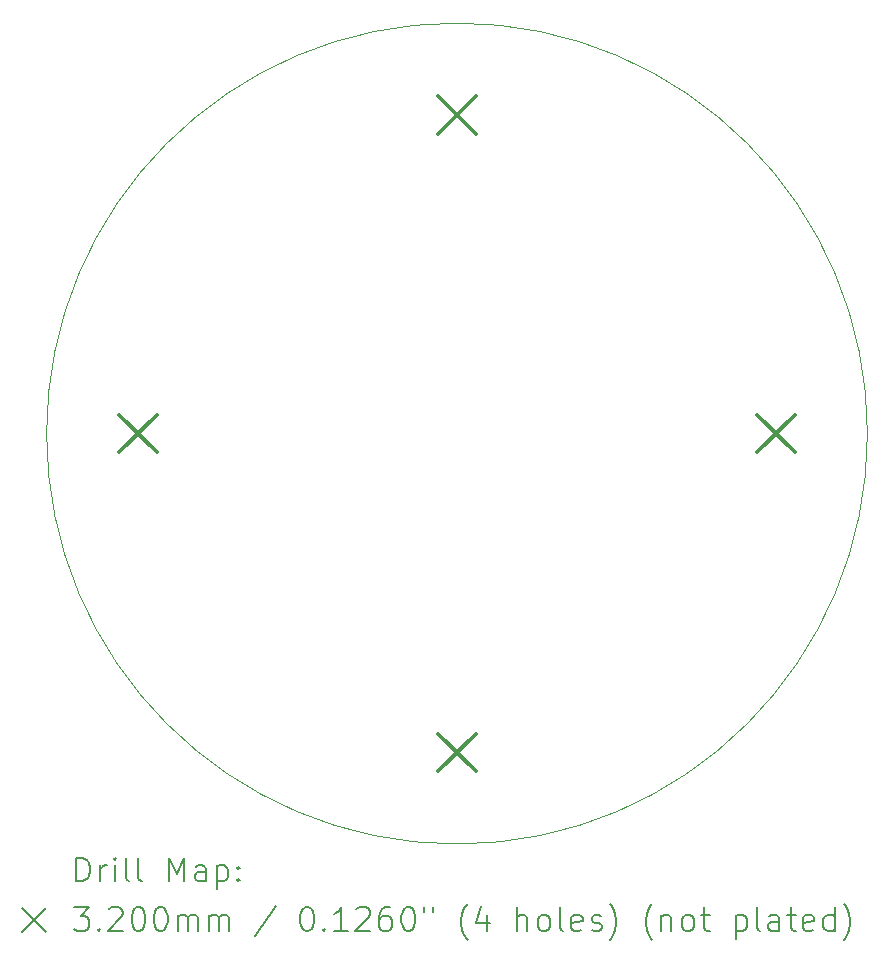
<source format=gbr>
%FSLAX45Y45*%
G04 Gerber Fmt 4.5, Leading zero omitted, Abs format (unit mm)*
G04 Created by KiCad (PCBNEW 6.0.5-2.fc35) date 2022-05-23 13:40:10*
%MOMM*%
%LPD*%
G01*
G04 APERTURE LIST*
%TA.AperFunction,Profile*%
%ADD10C,0.100000*%
%TD*%
%ADD11C,0.200000*%
%ADD12C,0.320000*%
G04 APERTURE END LIST*
D10*
X17215000Y-10165000D02*
G75*
G03*
X17215000Y-10165000I-3475000J0D01*
G01*
D11*
D12*
X10880000Y-10005000D02*
X11200000Y-10325000D01*
X11200000Y-10005000D02*
X10880000Y-10325000D01*
X13580000Y-7305000D02*
X13900000Y-7625000D01*
X13900000Y-7305000D02*
X13580000Y-7625000D01*
X13580000Y-12705000D02*
X13900000Y-13025000D01*
X13900000Y-12705000D02*
X13580000Y-13025000D01*
X16280000Y-10005000D02*
X16600000Y-10325000D01*
X16600000Y-10005000D02*
X16280000Y-10325000D01*
D11*
X10517619Y-13955476D02*
X10517619Y-13755476D01*
X10565238Y-13755476D01*
X10593810Y-13765000D01*
X10612857Y-13784048D01*
X10622381Y-13803095D01*
X10631905Y-13841190D01*
X10631905Y-13869762D01*
X10622381Y-13907857D01*
X10612857Y-13926905D01*
X10593810Y-13945952D01*
X10565238Y-13955476D01*
X10517619Y-13955476D01*
X10717619Y-13955476D02*
X10717619Y-13822143D01*
X10717619Y-13860238D02*
X10727143Y-13841190D01*
X10736667Y-13831667D01*
X10755714Y-13822143D01*
X10774762Y-13822143D01*
X10841429Y-13955476D02*
X10841429Y-13822143D01*
X10841429Y-13755476D02*
X10831905Y-13765000D01*
X10841429Y-13774524D01*
X10850952Y-13765000D01*
X10841429Y-13755476D01*
X10841429Y-13774524D01*
X10965238Y-13955476D02*
X10946190Y-13945952D01*
X10936667Y-13926905D01*
X10936667Y-13755476D01*
X11070000Y-13955476D02*
X11050952Y-13945952D01*
X11041429Y-13926905D01*
X11041429Y-13755476D01*
X11298571Y-13955476D02*
X11298571Y-13755476D01*
X11365238Y-13898333D01*
X11431905Y-13755476D01*
X11431905Y-13955476D01*
X11612857Y-13955476D02*
X11612857Y-13850714D01*
X11603333Y-13831667D01*
X11584286Y-13822143D01*
X11546190Y-13822143D01*
X11527143Y-13831667D01*
X11612857Y-13945952D02*
X11593809Y-13955476D01*
X11546190Y-13955476D01*
X11527143Y-13945952D01*
X11517619Y-13926905D01*
X11517619Y-13907857D01*
X11527143Y-13888809D01*
X11546190Y-13879286D01*
X11593809Y-13879286D01*
X11612857Y-13869762D01*
X11708095Y-13822143D02*
X11708095Y-14022143D01*
X11708095Y-13831667D02*
X11727143Y-13822143D01*
X11765238Y-13822143D01*
X11784286Y-13831667D01*
X11793809Y-13841190D01*
X11803333Y-13860238D01*
X11803333Y-13917381D01*
X11793809Y-13936428D01*
X11784286Y-13945952D01*
X11765238Y-13955476D01*
X11727143Y-13955476D01*
X11708095Y-13945952D01*
X11889048Y-13936428D02*
X11898571Y-13945952D01*
X11889048Y-13955476D01*
X11879524Y-13945952D01*
X11889048Y-13936428D01*
X11889048Y-13955476D01*
X11889048Y-13831667D02*
X11898571Y-13841190D01*
X11889048Y-13850714D01*
X11879524Y-13841190D01*
X11889048Y-13831667D01*
X11889048Y-13850714D01*
X10060000Y-14185000D02*
X10260000Y-14385000D01*
X10260000Y-14185000D02*
X10060000Y-14385000D01*
X10498571Y-14175476D02*
X10622381Y-14175476D01*
X10555714Y-14251667D01*
X10584286Y-14251667D01*
X10603333Y-14261190D01*
X10612857Y-14270714D01*
X10622381Y-14289762D01*
X10622381Y-14337381D01*
X10612857Y-14356428D01*
X10603333Y-14365952D01*
X10584286Y-14375476D01*
X10527143Y-14375476D01*
X10508095Y-14365952D01*
X10498571Y-14356428D01*
X10708095Y-14356428D02*
X10717619Y-14365952D01*
X10708095Y-14375476D01*
X10698571Y-14365952D01*
X10708095Y-14356428D01*
X10708095Y-14375476D01*
X10793810Y-14194524D02*
X10803333Y-14185000D01*
X10822381Y-14175476D01*
X10870000Y-14175476D01*
X10889048Y-14185000D01*
X10898571Y-14194524D01*
X10908095Y-14213571D01*
X10908095Y-14232619D01*
X10898571Y-14261190D01*
X10784286Y-14375476D01*
X10908095Y-14375476D01*
X11031905Y-14175476D02*
X11050952Y-14175476D01*
X11070000Y-14185000D01*
X11079524Y-14194524D01*
X11089048Y-14213571D01*
X11098571Y-14251667D01*
X11098571Y-14299286D01*
X11089048Y-14337381D01*
X11079524Y-14356428D01*
X11070000Y-14365952D01*
X11050952Y-14375476D01*
X11031905Y-14375476D01*
X11012857Y-14365952D01*
X11003333Y-14356428D01*
X10993810Y-14337381D01*
X10984286Y-14299286D01*
X10984286Y-14251667D01*
X10993810Y-14213571D01*
X11003333Y-14194524D01*
X11012857Y-14185000D01*
X11031905Y-14175476D01*
X11222381Y-14175476D02*
X11241428Y-14175476D01*
X11260476Y-14185000D01*
X11270000Y-14194524D01*
X11279524Y-14213571D01*
X11289048Y-14251667D01*
X11289048Y-14299286D01*
X11279524Y-14337381D01*
X11270000Y-14356428D01*
X11260476Y-14365952D01*
X11241428Y-14375476D01*
X11222381Y-14375476D01*
X11203333Y-14365952D01*
X11193809Y-14356428D01*
X11184286Y-14337381D01*
X11174762Y-14299286D01*
X11174762Y-14251667D01*
X11184286Y-14213571D01*
X11193809Y-14194524D01*
X11203333Y-14185000D01*
X11222381Y-14175476D01*
X11374762Y-14375476D02*
X11374762Y-14242143D01*
X11374762Y-14261190D02*
X11384286Y-14251667D01*
X11403333Y-14242143D01*
X11431905Y-14242143D01*
X11450952Y-14251667D01*
X11460476Y-14270714D01*
X11460476Y-14375476D01*
X11460476Y-14270714D02*
X11470000Y-14251667D01*
X11489048Y-14242143D01*
X11517619Y-14242143D01*
X11536667Y-14251667D01*
X11546190Y-14270714D01*
X11546190Y-14375476D01*
X11641428Y-14375476D02*
X11641428Y-14242143D01*
X11641428Y-14261190D02*
X11650952Y-14251667D01*
X11670000Y-14242143D01*
X11698571Y-14242143D01*
X11717619Y-14251667D01*
X11727143Y-14270714D01*
X11727143Y-14375476D01*
X11727143Y-14270714D02*
X11736667Y-14251667D01*
X11755714Y-14242143D01*
X11784286Y-14242143D01*
X11803333Y-14251667D01*
X11812857Y-14270714D01*
X11812857Y-14375476D01*
X12203333Y-14165952D02*
X12031905Y-14423095D01*
X12460476Y-14175476D02*
X12479524Y-14175476D01*
X12498571Y-14185000D01*
X12508095Y-14194524D01*
X12517619Y-14213571D01*
X12527143Y-14251667D01*
X12527143Y-14299286D01*
X12517619Y-14337381D01*
X12508095Y-14356428D01*
X12498571Y-14365952D01*
X12479524Y-14375476D01*
X12460476Y-14375476D01*
X12441428Y-14365952D01*
X12431905Y-14356428D01*
X12422381Y-14337381D01*
X12412857Y-14299286D01*
X12412857Y-14251667D01*
X12422381Y-14213571D01*
X12431905Y-14194524D01*
X12441428Y-14185000D01*
X12460476Y-14175476D01*
X12612857Y-14356428D02*
X12622381Y-14365952D01*
X12612857Y-14375476D01*
X12603333Y-14365952D01*
X12612857Y-14356428D01*
X12612857Y-14375476D01*
X12812857Y-14375476D02*
X12698571Y-14375476D01*
X12755714Y-14375476D02*
X12755714Y-14175476D01*
X12736667Y-14204048D01*
X12717619Y-14223095D01*
X12698571Y-14232619D01*
X12889048Y-14194524D02*
X12898571Y-14185000D01*
X12917619Y-14175476D01*
X12965238Y-14175476D01*
X12984286Y-14185000D01*
X12993809Y-14194524D01*
X13003333Y-14213571D01*
X13003333Y-14232619D01*
X12993809Y-14261190D01*
X12879524Y-14375476D01*
X13003333Y-14375476D01*
X13174762Y-14175476D02*
X13136667Y-14175476D01*
X13117619Y-14185000D01*
X13108095Y-14194524D01*
X13089048Y-14223095D01*
X13079524Y-14261190D01*
X13079524Y-14337381D01*
X13089048Y-14356428D01*
X13098571Y-14365952D01*
X13117619Y-14375476D01*
X13155714Y-14375476D01*
X13174762Y-14365952D01*
X13184286Y-14356428D01*
X13193809Y-14337381D01*
X13193809Y-14289762D01*
X13184286Y-14270714D01*
X13174762Y-14261190D01*
X13155714Y-14251667D01*
X13117619Y-14251667D01*
X13098571Y-14261190D01*
X13089048Y-14270714D01*
X13079524Y-14289762D01*
X13317619Y-14175476D02*
X13336667Y-14175476D01*
X13355714Y-14185000D01*
X13365238Y-14194524D01*
X13374762Y-14213571D01*
X13384286Y-14251667D01*
X13384286Y-14299286D01*
X13374762Y-14337381D01*
X13365238Y-14356428D01*
X13355714Y-14365952D01*
X13336667Y-14375476D01*
X13317619Y-14375476D01*
X13298571Y-14365952D01*
X13289048Y-14356428D01*
X13279524Y-14337381D01*
X13270000Y-14299286D01*
X13270000Y-14251667D01*
X13279524Y-14213571D01*
X13289048Y-14194524D01*
X13298571Y-14185000D01*
X13317619Y-14175476D01*
X13460476Y-14175476D02*
X13460476Y-14213571D01*
X13536667Y-14175476D02*
X13536667Y-14213571D01*
X13831905Y-14451667D02*
X13822381Y-14442143D01*
X13803333Y-14413571D01*
X13793809Y-14394524D01*
X13784286Y-14365952D01*
X13774762Y-14318333D01*
X13774762Y-14280238D01*
X13784286Y-14232619D01*
X13793809Y-14204048D01*
X13803333Y-14185000D01*
X13822381Y-14156428D01*
X13831905Y-14146905D01*
X13993809Y-14242143D02*
X13993809Y-14375476D01*
X13946190Y-14165952D02*
X13898571Y-14308809D01*
X14022381Y-14308809D01*
X14250952Y-14375476D02*
X14250952Y-14175476D01*
X14336667Y-14375476D02*
X14336667Y-14270714D01*
X14327143Y-14251667D01*
X14308095Y-14242143D01*
X14279524Y-14242143D01*
X14260476Y-14251667D01*
X14250952Y-14261190D01*
X14460476Y-14375476D02*
X14441428Y-14365952D01*
X14431905Y-14356428D01*
X14422381Y-14337381D01*
X14422381Y-14280238D01*
X14431905Y-14261190D01*
X14441428Y-14251667D01*
X14460476Y-14242143D01*
X14489048Y-14242143D01*
X14508095Y-14251667D01*
X14517619Y-14261190D01*
X14527143Y-14280238D01*
X14527143Y-14337381D01*
X14517619Y-14356428D01*
X14508095Y-14365952D01*
X14489048Y-14375476D01*
X14460476Y-14375476D01*
X14641428Y-14375476D02*
X14622381Y-14365952D01*
X14612857Y-14346905D01*
X14612857Y-14175476D01*
X14793809Y-14365952D02*
X14774762Y-14375476D01*
X14736667Y-14375476D01*
X14717619Y-14365952D01*
X14708095Y-14346905D01*
X14708095Y-14270714D01*
X14717619Y-14251667D01*
X14736667Y-14242143D01*
X14774762Y-14242143D01*
X14793809Y-14251667D01*
X14803333Y-14270714D01*
X14803333Y-14289762D01*
X14708095Y-14308809D01*
X14879524Y-14365952D02*
X14898571Y-14375476D01*
X14936667Y-14375476D01*
X14955714Y-14365952D01*
X14965238Y-14346905D01*
X14965238Y-14337381D01*
X14955714Y-14318333D01*
X14936667Y-14308809D01*
X14908095Y-14308809D01*
X14889048Y-14299286D01*
X14879524Y-14280238D01*
X14879524Y-14270714D01*
X14889048Y-14251667D01*
X14908095Y-14242143D01*
X14936667Y-14242143D01*
X14955714Y-14251667D01*
X15031905Y-14451667D02*
X15041428Y-14442143D01*
X15060476Y-14413571D01*
X15070000Y-14394524D01*
X15079524Y-14365952D01*
X15089048Y-14318333D01*
X15089048Y-14280238D01*
X15079524Y-14232619D01*
X15070000Y-14204048D01*
X15060476Y-14185000D01*
X15041428Y-14156428D01*
X15031905Y-14146905D01*
X15393809Y-14451667D02*
X15384286Y-14442143D01*
X15365238Y-14413571D01*
X15355714Y-14394524D01*
X15346190Y-14365952D01*
X15336667Y-14318333D01*
X15336667Y-14280238D01*
X15346190Y-14232619D01*
X15355714Y-14204048D01*
X15365238Y-14185000D01*
X15384286Y-14156428D01*
X15393809Y-14146905D01*
X15470000Y-14242143D02*
X15470000Y-14375476D01*
X15470000Y-14261190D02*
X15479524Y-14251667D01*
X15498571Y-14242143D01*
X15527143Y-14242143D01*
X15546190Y-14251667D01*
X15555714Y-14270714D01*
X15555714Y-14375476D01*
X15679524Y-14375476D02*
X15660476Y-14365952D01*
X15650952Y-14356428D01*
X15641428Y-14337381D01*
X15641428Y-14280238D01*
X15650952Y-14261190D01*
X15660476Y-14251667D01*
X15679524Y-14242143D01*
X15708095Y-14242143D01*
X15727143Y-14251667D01*
X15736667Y-14261190D01*
X15746190Y-14280238D01*
X15746190Y-14337381D01*
X15736667Y-14356428D01*
X15727143Y-14365952D01*
X15708095Y-14375476D01*
X15679524Y-14375476D01*
X15803333Y-14242143D02*
X15879524Y-14242143D01*
X15831905Y-14175476D02*
X15831905Y-14346905D01*
X15841428Y-14365952D01*
X15860476Y-14375476D01*
X15879524Y-14375476D01*
X16098571Y-14242143D02*
X16098571Y-14442143D01*
X16098571Y-14251667D02*
X16117619Y-14242143D01*
X16155714Y-14242143D01*
X16174762Y-14251667D01*
X16184286Y-14261190D01*
X16193809Y-14280238D01*
X16193809Y-14337381D01*
X16184286Y-14356428D01*
X16174762Y-14365952D01*
X16155714Y-14375476D01*
X16117619Y-14375476D01*
X16098571Y-14365952D01*
X16308095Y-14375476D02*
X16289048Y-14365952D01*
X16279524Y-14346905D01*
X16279524Y-14175476D01*
X16470000Y-14375476D02*
X16470000Y-14270714D01*
X16460476Y-14251667D01*
X16441428Y-14242143D01*
X16403333Y-14242143D01*
X16384286Y-14251667D01*
X16470000Y-14365952D02*
X16450952Y-14375476D01*
X16403333Y-14375476D01*
X16384286Y-14365952D01*
X16374762Y-14346905D01*
X16374762Y-14327857D01*
X16384286Y-14308809D01*
X16403333Y-14299286D01*
X16450952Y-14299286D01*
X16470000Y-14289762D01*
X16536667Y-14242143D02*
X16612857Y-14242143D01*
X16565238Y-14175476D02*
X16565238Y-14346905D01*
X16574762Y-14365952D01*
X16593809Y-14375476D01*
X16612857Y-14375476D01*
X16755714Y-14365952D02*
X16736667Y-14375476D01*
X16698571Y-14375476D01*
X16679524Y-14365952D01*
X16670000Y-14346905D01*
X16670000Y-14270714D01*
X16679524Y-14251667D01*
X16698571Y-14242143D01*
X16736667Y-14242143D01*
X16755714Y-14251667D01*
X16765238Y-14270714D01*
X16765238Y-14289762D01*
X16670000Y-14308809D01*
X16936667Y-14375476D02*
X16936667Y-14175476D01*
X16936667Y-14365952D02*
X16917619Y-14375476D01*
X16879524Y-14375476D01*
X16860476Y-14365952D01*
X16850952Y-14356428D01*
X16841429Y-14337381D01*
X16841429Y-14280238D01*
X16850952Y-14261190D01*
X16860476Y-14251667D01*
X16879524Y-14242143D01*
X16917619Y-14242143D01*
X16936667Y-14251667D01*
X17012857Y-14451667D02*
X17022381Y-14442143D01*
X17041429Y-14413571D01*
X17050952Y-14394524D01*
X17060476Y-14365952D01*
X17070000Y-14318333D01*
X17070000Y-14280238D01*
X17060476Y-14232619D01*
X17050952Y-14204048D01*
X17041429Y-14185000D01*
X17022381Y-14156428D01*
X17012857Y-14146905D01*
M02*

</source>
